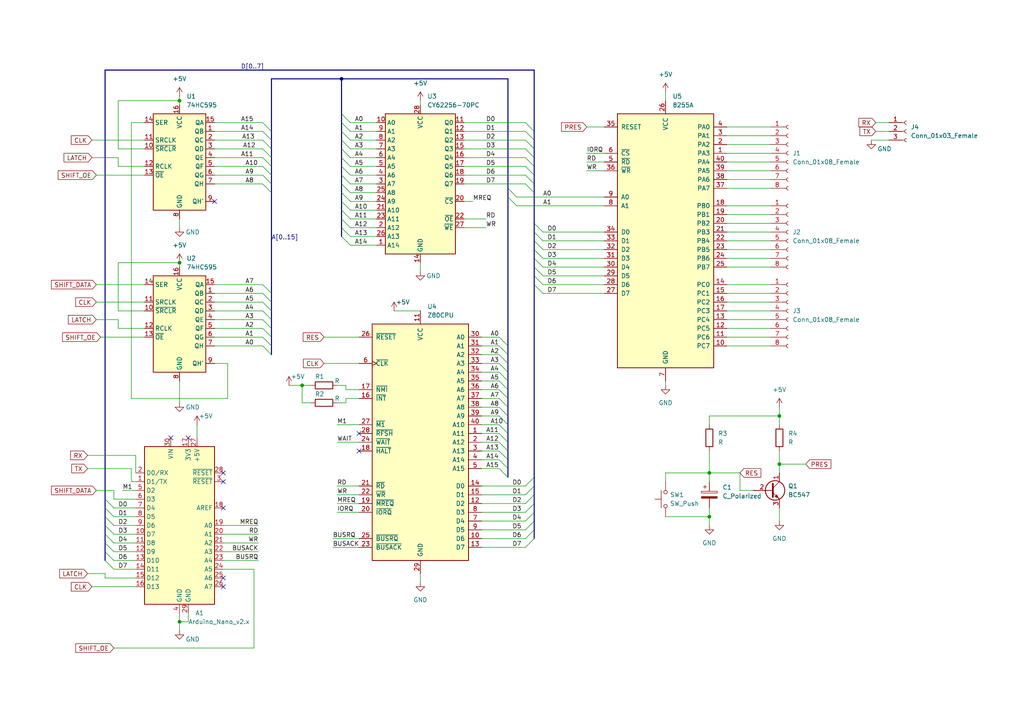
<source format=kicad_sch>
(kicad_sch (version 20211123) (generator eeschema)
  (paper "A4")
  (lib_symbols
    (symbol "74xx:74HC595"
      (property "Reference" "U" (at -7.62 13.97 0))
      (property "Value" "74HC595" (at -7.62 -16.51 0))
      (symbol "74HC595_1_0"
        (pin tri_state line (at 10.16 7.62 180) (length 2.54) (name "QB") (number "1"))
        (pin input line (at -10.16 2.54 0) (length 2.54) (name "~{SRCLR}") (number "10"))
        (pin input line (at -10.16 5.08 0) (length 2.54) (name "SRCLK") (number "11"))
        (pin input line (at -10.16 -2.54 0) (length 2.54) (name "RCLK") (number "12"))
        (pin input line (at -10.16 -5.08 0) (length 2.54) (name "~{OE}") (number "13"))
        (pin input line (at -10.16 10.16 0) (length 2.54) (name "SER") (number "14"))
        (pin tri_state line (at 10.16 10.16 180) (length 2.54) (name "QA") (number "15"))
        (pin power_in line (at 0 15.24 270) (length 2.54) (name "VCC") (number "16"))
        (pin tri_state line (at 10.16 5.08 180) (length 2.54) (name "QC") (number "2"))
        (pin tri_state line (at 10.16 2.54 180) (length 2.54) (name "QD") (number "3"))
        (pin tri_state line (at 10.16 0 180) (length 2.54) (name "QE") (number "4"))
        (pin tri_state line (at 10.16 -2.54 180) (length 2.54) (name "QF") (number "5"))
        (pin tri_state line (at 10.16 -5.08 180) (length 2.54) (name "QG") (number "6"))
        (pin tri_state line (at 10.16 -7.62 180) (length 2.54) (name "QH") (number "7"))
        (pin power_in line (at 0 -17.78 90) (length 2.54) (name "GND") (number "8"))
        (pin output line (at 10.16 -12.7 180) (length 2.54) (name "QH'") (number "9"))
      )
      (symbol "74HC595_1_1"
        (rectangle (start -7.62 12.7) (end 7.62 -15.24) (stroke (width 0.254)) (fill (type background)))
      )
    )
    (symbol "CPU:Z80CPU" (pin_names (offset 1.016))
      (property "Reference" "U" (at -13.97 35.56 0))
      (property "Value" "Z80CPU" (at 6.35 35.56 0))
      (symbol "Z80CPU_0_1"
        (rectangle (start -13.97 34.29) (end 13.97 -34.29) (stroke (width 0.254)) (fill (type background)))
      )
      (symbol "Z80CPU_1_1"
        (pin output line (at 17.78 2.54 180) (length 3.81) (name "A11") (number "1"))
        (pin bidirectional line (at 17.78 -27.94 180) (length 3.81) (name "D6") (number "10"))
        (pin power_in line (at 0 38.1 270) (length 3.81) (name "VCC") (number "11"))
        (pin bidirectional line (at 17.78 -17.78 180) (length 3.81) (name "D2") (number "12"))
        (pin bidirectional line (at 17.78 -30.48 180) (length 3.81) (name "D7") (number "13"))
        (pin bidirectional line (at 17.78 -12.7 180) (length 3.81) (name "D0") (number "14"))
        (pin bidirectional line (at 17.78 -15.24 180) (length 3.81) (name "D1") (number "15"))
        (pin input line (at -17.78 12.7 0) (length 3.81) (name "~{INT}") (number "16"))
        (pin input line (at -17.78 15.24 0) (length 3.81) (name "~{NMI}") (number "17"))
        (pin output line (at -17.78 -2.54 0) (length 3.81) (name "~{HALT}") (number "18"))
        (pin output line (at -17.78 -17.78 0) (length 3.81) (name "~{MREQ}") (number "19"))
        (pin output line (at 17.78 0 180) (length 3.81) (name "A12") (number "2"))
        (pin output line (at -17.78 -20.32 0) (length 3.81) (name "~{IORQ}") (number "20"))
        (pin output line (at -17.78 -12.7 0) (length 3.81) (name "~{RD}") (number "21"))
        (pin output line (at -17.78 -15.24 0) (length 3.81) (name "~{WR}") (number "22"))
        (pin output line (at -17.78 -30.48 0) (length 3.81) (name "~{BUSACK}") (number "23"))
        (pin input line (at -17.78 0 0) (length 3.81) (name "~{WAIT}") (number "24"))
        (pin input line (at -17.78 -27.94 0) (length 3.81) (name "~{BUSRQ}") (number "25"))
        (pin input line (at -17.78 30.48 0) (length 3.81) (name "~{RESET}") (number "26"))
        (pin output line (at -17.78 5.08 0) (length 3.81) (name "~{M1}") (number "27"))
        (pin output line (at -17.78 2.54 0) (length 3.81) (name "~{RFSH}") (number "28"))
        (pin power_in line (at 0 -38.1 90) (length 3.81) (name "GND") (number "29"))
        (pin output line (at 17.78 -2.54 180) (length 3.81) (name "A13") (number "3"))
        (pin output line (at 17.78 30.48 180) (length 3.81) (name "A0") (number "30"))
        (pin output line (at 17.78 27.94 180) (length 3.81) (name "A1") (number "31"))
        (pin output line (at 17.78 25.4 180) (length 3.81) (name "A2") (number "32"))
        (pin output line (at 17.78 22.86 180) (length 3.81) (name "A3") (number "33"))
        (pin output line (at 17.78 20.32 180) (length 3.81) (name "A4") (number "34"))
        (pin output line (at 17.78 17.78 180) (length 3.81) (name "A5") (number "35"))
        (pin output line (at 17.78 15.24 180) (length 3.81) (name "A6") (number "36"))
        (pin output line (at 17.78 12.7 180) (length 3.81) (name "A7") (number "37"))
        (pin output line (at 17.78 10.16 180) (length 3.81) (name "A8") (number "38"))
        (pin output line (at 17.78 7.62 180) (length 3.81) (name "A9") (number "39"))
        (pin output line (at 17.78 -5.08 180) (length 3.81) (name "A14") (number "4"))
        (pin output line (at 17.78 5.08 180) (length 3.81) (name "A10") (number "40"))
        (pin output line (at 17.78 -7.62 180) (length 3.81) (name "A15") (number "5"))
        (pin input clock (at -17.78 22.86 0) (length 3.81) (name "~{CLK}") (number "6"))
        (pin bidirectional line (at 17.78 -22.86 180) (length 3.81) (name "D4") (number "7"))
        (pin bidirectional line (at 17.78 -20.32 180) (length 3.81) (name "D3") (number "8"))
        (pin bidirectional line (at 17.78 -25.4 180) (length 3.81) (name "D5") (number "9"))
      )
    )
    (symbol "Connector:Conn_01x03_Female" (pin_names (offset 1.016) hide)
      (property "Reference" "J" (at 0 5.08 0))
      (property "Value" "Conn_01x03_Female" (at 0 -5.08 0))
      (symbol "Conn_01x03_Female_1_1"
        (arc (start 0 -2.032) (mid -0.508 -2.54) (end 0 -3.048) (stroke (width 0.1524)))
        (polyline (pts (xy -1.27 -2.54) (xy -0.508 -2.54)) (stroke (width 0.1524)))
        (polyline (pts (xy -1.27 0) (xy -0.508 0)) (stroke (width 0.1524)))
        (polyline (pts (xy -1.27 2.54) (xy -0.508 2.54)) (stroke (width 0.1524)))
        (arc (start 0 0.508) (mid -0.508 0) (end 0 -0.508) (stroke (width 0.1524)))
        (arc (start 0 3.048) (mid -0.508 2.54) (end 0 2.032) (stroke (width 0.1524)))
        (pin passive line (at -5.08 2.54 0) (length 3.81) (name "Pin_1") (number "1"))
        (pin passive line (at -5.08 0 0) (length 3.81) (name "Pin_2") (number "2"))
        (pin passive line (at -5.08 -2.54 0) (length 3.81) (name "Pin_3") (number "3"))
      )
    )
    (symbol "Connector:Conn_01x08_Female" (pin_names (offset 1.016) hide)
      (property "Reference" "J" (at 0 10.16 0))
      (property "Value" "Conn_01x08_Female" (at 0 -12.7 0))
      (symbol "Conn_01x08_Female_1_1"
        (arc (start 0 -9.652) (mid -0.508 -10.16) (end 0 -10.668) (stroke (width 0.1524)))
        (arc (start 0 -7.112) (mid -0.508 -7.62) (end 0 -8.128) (stroke (width 0.1524)))
        (arc (start 0 -4.572) (mid -0.508 -5.08) (end 0 -5.588) (stroke (width 0.1524)))
        (arc (start 0 -2.032) (mid -0.508 -2.54) (end 0 -3.048) (stroke (width 0.1524)))
        (polyline (pts (xy -1.27 -10.16) (xy -0.508 -10.16)) (stroke (width 0.1524)))
        (polyline (pts (xy -1.27 -7.62) (xy -0.508 -7.62)) (stroke (width 0.1524)))
        (polyline (pts (xy -1.27 -5.08) (xy -0.508 -5.08)) (stroke (width 0.1524)))
        (polyline (pts (xy -1.27 -2.54) (xy -0.508 -2.54)) (stroke (width 0.1524)))
        (polyline (pts (xy -1.27 0) (xy -0.508 0)) (stroke (width 0.1524)))
        (polyline (pts (xy -1.27 2.54) (xy -0.508 2.54)) (stroke (width 0.1524)))
        (polyline (pts (xy -1.27 5.08) (xy -0.508 5.08)) (stroke (width 0.1524)))
        (polyline (pts (xy -1.27 7.62) (xy -0.508 7.62)) (stroke (width 0.1524)))
        (arc (start 0 0.508) (mid -0.508 0) (end 0 -0.508) (stroke (width 0.1524)))
        (arc (start 0 3.048) (mid -0.508 2.54) (end 0 2.032) (stroke (width 0.1524)))
        (arc (start 0 5.588) (mid -0.508 5.08) (end 0 4.572) (stroke (width 0.1524)))
        (arc (start 0 8.128) (mid -0.508 7.62) (end 0 7.112) (stroke (width 0.1524)))
        (pin passive line (at -5.08 7.62 0) (length 3.81) (name "Pin_1") (number "1"))
        (pin passive line (at -5.08 5.08 0) (length 3.81) (name "Pin_2") (number "2"))
        (pin passive line (at -5.08 2.54 0) (length 3.81) (name "Pin_3") (number "3"))
        (pin passive line (at -5.08 0 0) (length 3.81) (name "Pin_4") (number "4"))
        (pin passive line (at -5.08 -2.54 0) (length 3.81) (name "Pin_5") (number "5"))
        (pin passive line (at -5.08 -5.08 0) (length 3.81) (name "Pin_6") (number "6"))
        (pin passive line (at -5.08 -7.62 0) (length 3.81) (name "Pin_7") (number "7"))
        (pin passive line (at -5.08 -10.16 0) (length 3.81) (name "Pin_8") (number "8"))
      )
    )
    (symbol "Device:C_Polarized" (pin_numbers hide) (pin_names (offset 0.254))
      (property "Reference" "C" (at 0.635 2.54 0))
      (property "Value" "C_Polarized" (at 0.635 -2.54 0))
      (symbol "C_Polarized_0_1"
        (rectangle (start -2.286 0.508) (end 2.286 1.016))
        (polyline (pts (xy -1.778 2.286) (xy -0.762 2.286)))
        (polyline (pts (xy -1.27 2.794) (xy -1.27 1.778)))
        (rectangle (start 2.286 -0.508) (end -2.286 -1.016) (fill (type outline)))
      )
      (symbol "C_Polarized_1_1"
        (pin passive line (at 0 3.81 270) (length 2.794) (name "~") (number "1"))
        (pin passive line (at 0 -3.81 90) (length 2.794) (name "~") (number "2"))
      )
    )
    (symbol "Device:R" (pin_numbers hide) (pin_names (offset 0))
      (property "Reference" "R" (at 2.032 0 90))
      (property "Value" "R" (at 0 0 90))
      (symbol "R_0_1"
        (rectangle (start -1.016 -2.54) (end 1.016 2.54) (stroke (width 0.254)))
      )
      (symbol "R_1_1"
        (pin passive line (at 0 3.81 270) (length 1.27) (name "~") (number "1"))
        (pin passive line (at 0 -3.81 90) (length 1.27) (name "~") (number "2"))
      )
    )
    (symbol "Interface:8255A" (pin_names (offset 1.016))
      (property "Reference" "U" (at -13.97 38.1 0))
      (property "Value" "8255A" (at 8.89 38.1 0))
      (symbol "8255A_1_1"
        (rectangle (start -13.97 -36.83) (end 13.97 36.83) (stroke (width 0.254)) (fill (type background)))
        (pin bidirectional line (at 17.78 25.4 180) (length 3.81) (name "PA3") (number "1"))
        (pin bidirectional line (at 17.78 -30.48 180) (length 3.81) (name "PC7") (number "10"))
        (pin bidirectional line (at 17.78 -27.94 180) (length 3.81) (name "PC6") (number "11"))
        (pin bidirectional line (at 17.78 -25.4 180) (length 3.81) (name "PC5") (number "12"))
        (pin bidirectional line (at 17.78 -22.86 180) (length 3.81) (name "PC4") (number "13"))
        (pin bidirectional line (at 17.78 -12.7 180) (length 3.81) (name "PC0") (number "14"))
        (pin bidirectional line (at 17.78 -15.24 180) (length 3.81) (name "PC1") (number "15"))
        (pin bidirectional line (at 17.78 -17.78 180) (length 3.81) (name "PC2") (number "16"))
        (pin bidirectional line (at 17.78 -20.32 180) (length 3.81) (name "PC3") (number "17"))
        (pin bidirectional line (at 17.78 10.16 180) (length 3.81) (name "PB0") (number "18"))
        (pin bidirectional line (at 17.78 7.62 180) (length 3.81) (name "PB1") (number "19"))
        (pin bidirectional line (at 17.78 27.94 180) (length 3.81) (name "PA2") (number "2"))
        (pin bidirectional line (at 17.78 5.08 180) (length 3.81) (name "PB2") (number "20"))
        (pin bidirectional line (at 17.78 2.54 180) (length 3.81) (name "PB3") (number "21"))
        (pin bidirectional line (at 17.78 0 180) (length 3.81) (name "PB4") (number "22"))
        (pin bidirectional line (at 17.78 -2.54 180) (length 3.81) (name "PB5") (number "23"))
        (pin bidirectional line (at 17.78 -5.08 180) (length 3.81) (name "PB6") (number "24"))
        (pin bidirectional line (at 17.78 -7.62 180) (length 3.81) (name "PB7") (number "25"))
        (pin power_in line (at 0 40.64 270) (length 3.81) (name "VCC") (number "26"))
        (pin bidirectional line (at -17.78 -15.24 0) (length 3.81) (name "D7") (number "27"))
        (pin bidirectional line (at -17.78 -12.7 0) (length 3.81) (name "D6") (number "28"))
        (pin bidirectional line (at -17.78 -10.16 0) (length 3.81) (name "D5") (number "29"))
        (pin bidirectional line (at 17.78 30.48 180) (length 3.81) (name "PA1") (number "3"))
        (pin bidirectional line (at -17.78 -7.62 0) (length 3.81) (name "D4") (number "30"))
        (pin bidirectional line (at -17.78 -5.08 0) (length 3.81) (name "D3") (number "31"))
        (pin bidirectional line (at -17.78 -2.54 0) (length 3.81) (name "D2") (number "32"))
        (pin bidirectional line (at -17.78 0 0) (length 3.81) (name "D1") (number "33"))
        (pin bidirectional line (at -17.78 2.54 0) (length 3.81) (name "D0") (number "34"))
        (pin input line (at -17.78 33.02 0) (length 3.81) (name "RESET") (number "35"))
        (pin input line (at -17.78 20.32 0) (length 3.81) (name "~{WR}") (number "36"))
        (pin bidirectional line (at 17.78 15.24 180) (length 3.81) (name "PA7") (number "37"))
        (pin bidirectional line (at 17.78 17.78 180) (length 3.81) (name "PA6") (number "38"))
        (pin bidirectional line (at 17.78 20.32 180) (length 3.81) (name "PA5") (number "39"))
        (pin bidirectional line (at 17.78 33.02 180) (length 3.81) (name "PA0") (number "4"))
        (pin bidirectional line (at 17.78 22.86 180) (length 3.81) (name "PA4") (number "40"))
        (pin input line (at -17.78 22.86 0) (length 3.81) (name "~{RD}") (number "5"))
        (pin input line (at -17.78 25.4 0) (length 3.81) (name "~{CS}") (number "6"))
        (pin power_in line (at 0 -40.64 90) (length 3.81) (name "GND") (number "7"))
        (pin input line (at -17.78 10.16 0) (length 3.81) (name "A1") (number "8"))
        (pin input line (at -17.78 12.7 0) (length 3.81) (name "A0") (number "9"))
      )
    )
    (symbol "MCU_Module:Arduino_Nano_v2.x"
      (property "Reference" "A" (at -10.16 23.495 0))
      (property "Value" "Arduino_Nano_v2.x" (at 5.08 -24.13 0))
      (symbol "Arduino_Nano_v2.x_0_1"
        (rectangle (start -10.16 22.86) (end 10.16 -22.86) (stroke (width 0.254)) (fill (type background)))
      )
      (symbol "Arduino_Nano_v2.x_1_1"
        (pin bidirectional line (at -12.7 12.7 0) (length 2.54) (name "D1/TX") (number "1"))
        (pin bidirectional line (at -12.7 -2.54 0) (length 2.54) (name "D7") (number "10"))
        (pin bidirectional line (at -12.7 -5.08 0) (length 2.54) (name "D8") (number "11"))
        (pin bidirectional line (at -12.7 -7.62 0) (length 2.54) (name "D9") (number "12"))
        (pin bidirectional line (at -12.7 -10.16 0) (length 2.54) (name "D10") (number "13"))
        (pin bidirectional line (at -12.7 -12.7 0) (length 2.54) (name "D11") (number "14"))
        (pin bidirectional line (at -12.7 -15.24 0) (length 2.54) (name "D12") (number "15"))
        (pin bidirectional line (at -12.7 -17.78 0) (length 2.54) (name "D13") (number "16"))
        (pin power_out line (at 2.54 25.4 270) (length 2.54) (name "3V3") (number "17"))
        (pin input line (at 12.7 5.08 180) (length 2.54) (name "AREF") (number "18"))
        (pin bidirectional line (at 12.7 0 180) (length 2.54) (name "A0") (number "19"))
        (pin bidirectional line (at -12.7 15.24 0) (length 2.54) (name "D0/RX") (number "2"))
        (pin bidirectional line (at 12.7 -2.54 180) (length 2.54) (name "A1") (number "20"))
        (pin bidirectional line (at 12.7 -5.08 180) (length 2.54) (name "A2") (number "21"))
        (pin bidirectional line (at 12.7 -7.62 180) (length 2.54) (name "A3") (number "22"))
        (pin bidirectional line (at 12.7 -10.16 180) (length 2.54) (name "A4") (number "23"))
        (pin bidirectional line (at 12.7 -12.7 180) (length 2.54) (name "A5") (number "24"))
        (pin bidirectional line (at 12.7 -15.24 180) (length 2.54) (name "A6") (number "25"))
        (pin bidirectional line (at 12.7 -17.78 180) (length 2.54) (name "A7") (number "26"))
        (pin power_out line (at 5.08 25.4 270) (length 2.54) (name "+5V") (number "27"))
        (pin input line (at 12.7 15.24 180) (length 2.54) (name "~{RESET}") (number "28"))
        (pin power_in line (at 2.54 -25.4 90) (length 2.54) (name "GND") (number "29"))
        (pin input line (at 12.7 12.7 180) (length 2.54) (name "~{RESET}") (number "3"))
        (pin power_in line (at -2.54 25.4 270) (length 2.54) (name "VIN") (number "30"))
        (pin power_in line (at 0 -25.4 90) (length 2.54) (name "GND") (number "4"))
        (pin bidirectional line (at -12.7 10.16 0) (length 2.54) (name "D2") (number "5"))
        (pin bidirectional line (at -12.7 7.62 0) (length 2.54) (name "D3") (number "6"))
        (pin bidirectional line (at -12.7 5.08 0) (length 2.54) (name "D4") (number "7"))
        (pin bidirectional line (at -12.7 2.54 0) (length 2.54) (name "D5") (number "8"))
        (pin bidirectional line (at -12.7 0 0) (length 2.54) (name "D6") (number "9"))
      )
    )
    (symbol "Memory_RAM:CY62256-70PC"
      (property "Reference" "U" (at -10.16 20.955 0))
      (property "Value" "CY62256-70PC" (at 2.54 20.955 0))
      (symbol "CY62256-70PC_0_0"
        (pin power_in line (at 0 -22.86 90) (length 2.54) (name "GND") (number "14"))
        (pin power_in line (at 0 22.86 270) (length 2.54) (name "VCC") (number "28"))
      )
      (symbol "CY62256-70PC_0_1"
        (rectangle (start -10.16 20.32) (end 10.16 -20.32) (stroke (width 0.254)) (fill (type background)))
      )
      (symbol "CY62256-70PC_1_1"
        (pin input line (at -12.7 -17.78 0) (length 2.54) (name "A14") (number "1"))
        (pin input line (at -12.7 17.78 0) (length 2.54) (name "A0") (number "10"))
        (pin tri_state line (at 12.7 17.78 180) (length 2.54) (name "Q0") (number "11"))
        (pin tri_state line (at 12.7 15.24 180) (length 2.54) (name "Q1") (number "12"))
        (pin tri_state line (at 12.7 12.7 180) (length 2.54) (name "Q2") (number "13"))
        (pin tri_state line (at 12.7 10.16 180) (length 2.54) (name "Q3") (number "15"))
        (pin tri_state line (at 12.7 7.62 180) (length 2.54) (name "Q4") (number "16"))
        (pin tri_state line (at 12.7 5.08 180) (length 2.54) (name "Q5") (number "17"))
        (pin tri_state line (at 12.7 2.54 180) (length 2.54) (name "Q6") (number "18"))
        (pin tri_state line (at 12.7 0 180) (length 2.54) (name "Q7") (number "19"))
        (pin input line (at -12.7 -12.7 0) (length 2.54) (name "A12") (number "2"))
        (pin input line (at 12.7 -5.08 180) (length 2.54) (name "~{CS}") (number "20"))
        (pin input line (at -12.7 -7.62 0) (length 2.54) (name "A10") (number "21"))
        (pin input line (at 12.7 -10.16 180) (length 2.54) (name "~{OE}") (number "22"))
        (pin input line (at -12.7 -10.16 0) (length 2.54) (name "A11") (number "23"))
        (pin input line (at -12.7 -5.08 0) (length 2.54) (name "A9") (number "24"))
        (pin input line (at -12.7 -2.54 0) (length 2.54) (name "A8") (number "25"))
        (pin input line (at -12.7 -15.24 0) (length 2.54) (name "A13") (number "26"))
        (pin input line (at 12.7 -12.7 180) (length 2.54) (name "~{WE}") (number "27"))
        (pin input line (at -12.7 0 0) (length 2.54) (name "A7") (number "3"))
        (pin input line (at -12.7 2.54 0) (length 2.54) (name "A6") (number "4"))
        (pin input line (at -12.7 5.08 0) (length 2.54) (name "A5") (number "5"))
        (pin input line (at -12.7 7.62 0) (length 2.54) (name "A4") (number "6"))
        (pin input line (at -12.7 10.16 0) (length 2.54) (name "A3") (number "7"))
        (pin input line (at -12.7 12.7 0) (length 2.54) (name "A2") (number "8"))
        (pin input line (at -12.7 15.24 0) (length 2.54) (name "A1") (number "9"))
      )
    )
    (symbol "Switch:SW_Push" (pin_numbers hide) (pin_names (offset 1.016) hide)
      (property "Reference" "SW" (at 1.27 2.54 0))
      (property "Value" "SW_Push" (at 0 -1.524 0))
      (symbol "SW_Push_0_1"
        (circle (center -2.032 0) (radius 0.508))
        (polyline (pts (xy 0 1.27) (xy 0 3.048)))
        (polyline (pts (xy 2.54 1.27) (xy -2.54 1.27)))
        (circle (center 2.032 0) (radius 0.508))
        (pin passive line (at -5.08 0 0) (length 2.54) (name "1") (number "1"))
        (pin passive line (at 5.08 0 180) (length 2.54) (name "2") (number "2"))
      )
    )
    (symbol "Transistor_BJT:BC547" (pin_names (offset 0) hide)
      (property "Reference" "Q" (at 5.08 1.905 0))
      (property "Value" "BC547" (at 5.08 0 0))
      (symbol "BC547_0_1"
        (polyline (pts (xy 0 0) (xy 0.635 0)))
        (polyline (pts (xy 0.635 0.635) (xy 2.54 2.54)))
        (polyline (pts (xy 0.635 -0.635) (xy 2.54 -2.54) (xy 2.54 -2.54)))
        (polyline (pts (xy 0.635 1.905) (xy 0.635 -1.905) (xy 0.635 -1.905)) (stroke (width 0.508)))
        (polyline (pts (xy 1.27 -1.778) (xy 1.778 -1.27) (xy 2.286 -2.286) (xy 1.27 -1.778) (xy 1.27 -1.778)) (fill (type outline)))
        (circle (center 1.27 0) (radius 2.8194) (stroke (width 0.254)))
      )
      (symbol "BC547_1_1"
        (pin passive line (at 2.54 5.08 270) (length 2.54) (name "C") (number "1"))
        (pin input line (at -5.08 0 0) (length 5.08) (name "B") (number "2"))
        (pin passive line (at 2.54 -5.08 90) (length 2.54) (name "E") (number "3"))
      )
    )
    (symbol "power:+5V" (power) (pin_names (offset 0))
      (property "Value" "+5V" (at 0 3.556 0))
      (symbol "+5V_0_1"
        (polyline (pts (xy -0.762 1.27) (xy 0 2.54)))
        (polyline (pts (xy 0 0) (xy 0 2.54)))
        (polyline (pts (xy 0 2.54) (xy 0.762 1.27)))
      )
      (symbol "+5V_1_1"
        (pin power_in line (at 0 0 90) (length 0) hide (name "+5V") (number "1"))
      )
    )
    (symbol "power:GND" (power) (pin_names (offset 0))
      (property "Value" "GND" (at 0 -3.81 0))
      (symbol "GND_0_1"
        (polyline (pts (xy 0 0) (xy 0 -1.27) (xy 1.27 -1.27) (xy 0 -2.54) (xy -1.27 -1.27) (xy 0 -1.27)))
      )
      (symbol "GND_1_1"
        (pin power_in line (at 0 0 270) (length 0) hide (name "GND") (number "1"))
      )
    )
  )
  (bus_alias "CTRL" (members "M1" "WAIT" "MREQ" "RD" "WR" "BUSRQ"))
  (junction (at 99.06 22.86))
  (junction (at 226.06 120.65))
  (junction (at 52.07 29.21))
  (junction (at 52.07 180.34))
  (junction (at 52.07 76.2))
  (junction (at 205.74 149.86))
  (junction (at 205.74 137.16))
  (junction (at 87.63 111.76))
  (junction (at 226.06 134.62))
  (no_connect (at 64.77 147.32))
  (no_connect (at 64.77 139.7))
  (no_connect (at 64.77 137.16))
  (no_connect (at 62.23 58.42))
  (no_connect (at 104.14 130.81))
  (no_connect (at 104.14 125.73))
  (no_connect (at 64.77 170.18))
  (no_connect (at 64.77 167.64))
  (no_connect (at 54.61 127))
  (no_connect (at 49.53 127))
  (bus_entry (at 154.94 69.85) (size 2.54 2.54))
  (bus_entry (at 154.94 80.01) (size 2.54 2.54))
  (bus_entry (at 154.94 82.55) (size 2.54 2.54))
  (bus_entry (at 154.94 64.77) (size 2.54 2.54))
  (bus_entry (at 154.94 67.31) (size 2.54 2.54))
  (bus_entry (at 154.94 77.47) (size 2.54 2.54))
  (bus_entry (at 154.94 74.93) (size 2.54 2.54))
  (bus_entry (at 154.94 72.39) (size 2.54 2.54))
  (bus_entry (at 147.32 54.61) (size 2.54 2.54))
  (bus_entry (at 147.32 57.15) (size 2.54 2.54))
  (bus_entry (at 152.4 156.21) (size 2.54 -2.54))
  (bus_entry (at 152.4 153.67) (size 2.54 -2.54))
  (bus_entry (at 152.4 158.75) (size 2.54 -2.54))
  (bus_entry (at 152.4 151.13) (size 2.54 -2.54))
  (bus_entry (at 152.4 148.59) (size 2.54 -2.54))
  (bus_entry (at 152.4 143.51) (size 2.54 -2.54))
  (bus_entry (at 152.4 146.05) (size 2.54 -2.54))
  (bus_entry (at 152.4 140.97) (size 2.54 -2.54))
  (bus_entry (at 144.78 115.57) (size 2.54 2.54))
  (bus_entry (at 144.78 120.65) (size 2.54 2.54))
  (bus_entry (at 144.78 118.11) (size 2.54 2.54))
  (bus_entry (at 152.4 40.64) (size 2.54 2.54))
  (bus_entry (at 152.4 43.18) (size 2.54 2.54))
  (bus_entry (at 152.4 45.72) (size 2.54 2.54))
  (bus_entry (at 152.4 48.26) (size 2.54 2.54))
  (bus_entry (at 152.4 35.56) (size 2.54 2.54))
  (bus_entry (at 152.4 38.1) (size 2.54 2.54))
  (bus_entry (at 152.4 53.34) (size 2.54 2.54))
  (bus_entry (at 152.4 50.8) (size 2.54 2.54))
  (bus_entry (at 99.06 58.42) (size 2.54 2.54))
  (bus_entry (at 99.06 60.96) (size 2.54 2.54))
  (bus_entry (at 99.06 63.5) (size 2.54 2.54))
  (bus_entry (at 99.06 68.58) (size 2.54 2.54))
  (bus_entry (at 99.06 66.04) (size 2.54 2.54))
  (bus_entry (at 99.06 53.34) (size 2.54 2.54))
  (bus_entry (at 99.06 55.88) (size 2.54 2.54))
  (bus_entry (at 99.06 50.8) (size 2.54 2.54))
  (bus_entry (at 99.06 40.64) (size 2.54 2.54))
  (bus_entry (at 99.06 43.18) (size 2.54 2.54))
  (bus_entry (at 99.06 38.1) (size 2.54 2.54))
  (bus_entry (at 99.06 35.56) (size 2.54 2.54))
  (bus_entry (at 99.06 33.02) (size 2.54 2.54))
  (bus_entry (at 99.06 45.72) (size 2.54 2.54))
  (bus_entry (at 99.06 48.26) (size 2.54 2.54))
  (bus_entry (at 30.48 149.86) (size 2.54 2.54))
  (bus_entry (at 30.48 152.4) (size 2.54 2.54))
  (bus_entry (at 30.48 144.78) (size 2.54 2.54))
  (bus_entry (at 30.48 147.32) (size 2.54 2.54))
  (bus_entry (at 30.48 157.48) (size 2.54 2.54))
  (bus_entry (at 30.48 160.02) (size 2.54 2.54))
  (bus_entry (at 30.48 162.56) (size 2.54 2.54))
  (bus_entry (at 30.48 154.94) (size 2.54 2.54))
  (bus_entry (at 144.78 135.89) (size 2.54 2.54))
  (bus_entry (at 144.78 128.27) (size 2.54 2.54))
  (bus_entry (at 144.78 125.73) (size 2.54 2.54))
  (bus_entry (at 144.78 133.35) (size 2.54 2.54))
  (bus_entry (at 144.78 130.81) (size 2.54 2.54))
  (bus_entry (at 144.78 123.19) (size 2.54 2.54))
  (bus_entry (at 144.78 100.33) (size 2.54 2.54))
  (bus_entry (at 144.78 105.41) (size 2.54 2.54))
  (bus_entry (at 144.78 102.87) (size 2.54 2.54))
  (bus_entry (at 144.78 97.79) (size 2.54 2.54))
  (bus_entry (at 144.78 107.95) (size 2.54 2.54))
  (bus_entry (at 144.78 110.49) (size 2.54 2.54))
  (bus_entry (at 144.78 113.03) (size 2.54 2.54))
  (bus_entry (at 76.2 45.72) (size 2.54 2.54))
  (bus_entry (at 76.2 48.26) (size 2.54 2.54))
  (bus_entry (at 76.2 50.8) (size 2.54 2.54))
  (bus_entry (at 76.2 53.34) (size 2.54 2.54))
  (bus_entry (at 76.2 95.25) (size 2.54 2.54))
  (bus_entry (at 76.2 92.71) (size 2.54 2.54))
  (bus_entry (at 76.2 90.17) (size 2.54 2.54))
  (bus_entry (at 76.2 87.63) (size 2.54 2.54))
  (bus_entry (at 76.2 100.33) (size 2.54 2.54))
  (bus_entry (at 76.2 97.79) (size 2.54 2.54))
  (bus_entry (at 76.2 85.09) (size 2.54 2.54))
  (bus_entry (at 76.2 82.55) (size 2.54 2.54))
  (bus_entry (at 76.2 38.1) (size 2.54 2.54))
  (bus_entry (at 76.2 35.56) (size 2.54 2.54))
  (bus_entry (at 76.2 40.64) (size 2.54 2.54))
  (bus_entry (at 76.2 43.18) (size 2.54 2.54))
  (wire (pts (xy 25.4 166.37) (xy 30.48 166.37)))
  (wire (pts (xy 210.82 41.91) (xy 223.52 41.91)))
  (bus (pts (xy 154.94 143.51) (xy 154.94 146.05)))
  (wire (pts (xy 210.82 90.17) (xy 223.52 90.17)))
  (wire (pts (xy 210.82 87.63) (xy 223.52 87.63)))
  (wire (pts (xy 157.48 85.09) (xy 175.26 85.09)))
  (wire (pts (xy 210.82 97.79) (xy 223.52 97.79)))
  (bus (pts (xy 99.06 66.04) (xy 99.06 68.58)))
  (wire (pts (xy 139.7 97.79) (xy 144.78 97.79)))
  (bus (pts (xy 154.94 82.55) (xy 154.94 138.43)))
  (bus (pts (xy 99.06 55.88) (xy 99.06 58.42)))
  (wire (pts (xy 114.3 90.17) (xy 121.92 90.17)))
  (wire (pts (xy 121.92 76.2) (xy 121.92 78.74)))
  (wire (pts (xy 62.23 48.26) (xy 76.2 48.26)))
  (wire (pts (xy 62.23 87.63) (xy 76.2 87.63)))
  (bus (pts (xy 154.94 140.97) (xy 154.94 143.51)))
  (bus (pts (xy 147.32 102.87) (xy 147.32 105.41)))
  (wire (pts (xy 149.86 57.15) (xy 175.26 57.15)))
  (wire (pts (xy 33.02 154.94) (xy 39.37 154.94)))
  (wire (pts (xy 27.94 82.55) (xy 41.91 82.55)))
  (wire (pts (xy 233.68 134.62) (xy 226.06 134.62)))
  (wire (pts (xy 97.79 143.51) (xy 104.14 143.51)))
  (wire (pts (xy 54.61 180.34) (xy 52.07 180.34)))
  (wire (pts (xy 139.7 146.05) (xy 152.4 146.05)))
  (bus (pts (xy 147.32 128.27) (xy 147.32 130.81)))
  (wire (pts (xy 97.79 116.84) (xy 100.33 116.84)))
  (bus (pts (xy 99.06 43.18) (xy 99.06 45.72)))
  (wire (pts (xy 157.48 67.31) (xy 175.26 67.31)))
  (bus (pts (xy 78.74 100.33) (xy 78.74 102.87)))
  (wire (pts (xy 254 35.56) (xy 257.81 35.56)))
  (wire (pts (xy 210.82 100.33) (xy 223.52 100.33)))
  (wire (pts (xy 210.82 59.69) (xy 223.52 59.69)))
  (wire (pts (xy 101.6 50.8) (xy 109.22 50.8)))
  (bus (pts (xy 147.32 135.89) (xy 147.32 138.43)))
  (wire (pts (xy 27.94 87.63) (xy 41.91 87.63)))
  (wire (pts (xy 226.06 130.81) (xy 226.06 134.62)))
  (wire (pts (xy 101.6 71.12) (xy 109.22 71.12)))
  (wire (pts (xy 101.6 38.1) (xy 109.22 38.1)))
  (bus (pts (xy 147.32 125.73) (xy 147.32 128.27)))
  (wire (pts (xy 90.17 116.84) (xy 87.63 116.84)))
  (wire (pts (xy 41.91 90.17) (xy 34.29 90.17)))
  (wire (pts (xy 96.52 156.21) (xy 104.14 156.21)))
  (wire (pts (xy 139.7 110.49) (xy 144.78 110.49)))
  (wire (pts (xy 25.4 135.89) (xy 38.1 135.89)))
  (wire (pts (xy 34.29 95.25) (xy 41.91 95.25)))
  (bus (pts (xy 99.06 53.34) (xy 99.06 55.88)))
  (wire (pts (xy 64.77 165.1) (xy 73.66 165.1)))
  (wire (pts (xy 33.02 147.32) (xy 39.37 147.32)))
  (wire (pts (xy 139.7 113.03) (xy 144.78 113.03)))
  (wire (pts (xy 101.6 55.88) (xy 109.22 55.88)))
  (bus (pts (xy 154.94 69.85) (xy 154.94 72.39)))
  (wire (pts (xy 134.62 43.18) (xy 152.4 43.18)))
  (wire (pts (xy 193.04 149.86) (xy 205.74 149.86)))
  (wire (pts (xy 62.23 90.17) (xy 76.2 90.17)))
  (wire (pts (xy 149.86 59.69) (xy 175.26 59.69)))
  (wire (pts (xy 134.62 40.64) (xy 152.4 40.64)))
  (bus (pts (xy 78.74 38.1) (xy 78.74 40.64)))
  (wire (pts (xy 34.29 76.2) (xy 52.07 76.2)))
  (wire (pts (xy 52.07 29.21) (xy 52.07 30.48)))
  (wire (pts (xy 139.7 135.89) (xy 144.78 135.89)))
  (wire (pts (xy 210.82 69.85) (xy 223.52 69.85)))
  (bus (pts (xy 78.74 85.09) (xy 78.74 87.63)))
  (bus (pts (xy 30.48 157.48) (xy 30.48 154.94)))
  (wire (pts (xy 52.07 63.5) (xy 52.07 66.04)))
  (bus (pts (xy 154.94 72.39) (xy 154.94 74.93)))
  (wire (pts (xy 62.23 35.56) (xy 76.2 35.56)))
  (bus (pts (xy 78.74 48.26) (xy 78.74 50.8)))
  (bus (pts (xy 78.74 40.64) (xy 78.74 43.18)))
  (wire (pts (xy 210.82 62.23) (xy 223.52 62.23)))
  (wire (pts (xy 52.07 76.2) (xy 52.07 77.47)))
  (bus (pts (xy 154.94 67.31) (xy 154.94 69.85)))
  (bus (pts (xy 147.32 123.19) (xy 147.32 125.73)))
  (wire (pts (xy 96.52 158.75) (xy 104.14 158.75)))
  (wire (pts (xy 52.07 110.49) (xy 52.07 116.84)))
  (wire (pts (xy 87.63 111.76) (xy 90.17 111.76)))
  (wire (pts (xy 62.23 45.72) (xy 76.2 45.72)))
  (wire (pts (xy 62.23 53.34) (xy 76.2 53.34)))
  (bus (pts (xy 147.32 133.35) (xy 147.32 135.89)))
  (bus (pts (xy 147.32 118.11) (xy 147.32 120.65)))
  (bus (pts (xy 147.32 107.95) (xy 147.32 110.49)))
  (bus (pts (xy 147.32 115.57) (xy 147.32 118.11)))
  (wire (pts (xy 210.82 49.53) (xy 223.52 49.53)))
  (wire (pts (xy 134.62 38.1) (xy 152.4 38.1)))
  (wire (pts (xy 62.23 95.25) (xy 76.2 95.25)))
  (bus (pts (xy 78.74 92.71) (xy 78.74 90.17)))
  (wire (pts (xy 35.56 142.24) (xy 39.37 142.24)))
  (wire (pts (xy 52.07 177.8) (xy 52.07 180.34)))
  (wire (pts (xy 139.7 128.27) (xy 144.78 128.27)))
  (wire (pts (xy 210.82 77.47) (xy 223.52 77.47)))
  (wire (pts (xy 139.7 115.57) (xy 144.78 115.57)))
  (wire (pts (xy 101.6 43.18) (xy 109.22 43.18)))
  (bus (pts (xy 154.94 48.26) (xy 154.94 50.8)))
  (bus (pts (xy 154.94 45.72) (xy 154.94 48.26)))
  (wire (pts (xy 33.02 160.02) (xy 39.37 160.02)))
  (bus (pts (xy 154.94 153.67) (xy 154.94 156.21)))
  (wire (pts (xy 139.7 143.51) (xy 152.4 143.51)))
  (wire (pts (xy 100.33 113.03) (xy 104.14 113.03)))
  (wire (pts (xy 25.4 132.08) (xy 39.37 132.08)))
  (wire (pts (xy 170.18 44.45) (xy 175.26 44.45)))
  (bus (pts (xy 30.48 149.86) (xy 30.48 147.32)))
  (wire (pts (xy 121.92 166.37) (xy 121.92 168.91)))
  (wire (pts (xy 30.48 166.37) (xy 30.48 167.64)))
  (wire (pts (xy 101.6 45.72) (xy 109.22 45.72)))
  (bus (pts (xy 154.94 146.05) (xy 154.94 148.59)))
  (wire (pts (xy 210.82 92.71) (xy 223.52 92.71)))
  (wire (pts (xy 210.82 52.07) (xy 223.52 52.07)))
  (wire (pts (xy 33.02 152.4) (xy 39.37 152.4)))
  (bus (pts (xy 78.74 95.25) (xy 78.74 92.71)))
  (wire (pts (xy 62.23 50.8) (xy 76.2 50.8)))
  (bus (pts (xy 154.94 40.64) (xy 154.94 43.18)))
  (bus (pts (xy 99.06 35.56) (xy 99.06 38.1)))
  (wire (pts (xy 54.61 177.8) (xy 54.61 180.34)))
  (wire (pts (xy 210.82 95.25) (xy 223.52 95.25)))
  (bus (pts (xy 78.74 55.88) (xy 78.74 85.09)))
  (wire (pts (xy 121.92 29.21) (xy 121.92 30.48)))
  (bus (pts (xy 99.06 48.26) (xy 99.06 50.8)))
  (wire (pts (xy 62.23 43.18) (xy 76.2 43.18)))
  (bus (pts (xy 147.32 110.49) (xy 147.32 113.03)))
  (wire (pts (xy 210.82 85.09) (xy 223.52 85.09)))
  (wire (pts (xy 193.04 139.7) (xy 193.04 137.16)))
  (bus (pts (xy 147.32 105.41) (xy 147.32 107.95)))
  (wire (pts (xy 134.62 35.56) (xy 152.4 35.56)))
  (wire (pts (xy 139.7 118.11) (xy 144.78 118.11)))
  (wire (pts (xy 100.33 111.76) (xy 100.33 113.03)))
  (wire (pts (xy 27.94 142.24) (xy 33.02 142.24)))
  (wire (pts (xy 62.23 92.71) (xy 76.2 92.71)))
  (bus (pts (xy 154.94 38.1) (xy 154.94 20.32)))
  (bus (pts (xy 147.32 130.81) (xy 147.32 133.35)))
  (wire (pts (xy 226.06 120.65) (xy 226.06 123.19)))
  (wire (pts (xy 205.74 123.19) (xy 205.74 120.65)))
  (bus (pts (xy 99.06 63.5) (xy 99.06 66.04)))
  (wire (pts (xy 157.48 82.55) (xy 175.26 82.55)))
  (bus (pts (xy 154.94 77.47) (xy 154.94 80.01)))
  (bus (pts (xy 154.94 53.34) (xy 154.94 55.88)))
  (wire (pts (xy 100.33 116.84) (xy 100.33 115.57)))
  (wire (pts (xy 64.77 152.4) (xy 74.93 152.4)))
  (wire (pts (xy 101.6 68.58) (xy 109.22 68.58)))
  (wire (pts (xy 62.23 38.1) (xy 76.2 38.1)))
  (wire (pts (xy 210.82 72.39) (xy 223.52 72.39)))
  (wire (pts (xy 38.1 135.89) (xy 38.1 139.7)))
  (wire (pts (xy 62.23 85.09) (xy 76.2 85.09)))
  (wire (pts (xy 52.07 27.94) (xy 52.07 29.21)))
  (bus (pts (xy 30.48 160.02) (xy 30.48 157.48)))
  (bus (pts (xy 30.48 162.56) (xy 30.48 160.02)))
  (wire (pts (xy 205.74 130.81) (xy 205.74 137.16)))
  (wire (pts (xy 157.48 74.93) (xy 175.26 74.93)))
  (wire (pts (xy 218.44 142.24) (xy 214.63 142.24)))
  (wire (pts (xy 210.82 64.77) (xy 223.52 64.77)))
  (wire (pts (xy 210.82 36.83) (xy 223.52 36.83)))
  (bus (pts (xy 154.94 148.59) (xy 154.94 151.13)))
  (bus (pts (xy 154.94 74.93) (xy 154.94 77.47)))
  (wire (pts (xy 62.23 100.33) (xy 76.2 100.33)))
  (wire (pts (xy 66.04 105.41) (xy 66.04 115.57)))
  (wire (pts (xy 101.6 35.56) (xy 109.22 35.56)))
  (wire (pts (xy 87.63 116.84) (xy 87.63 111.76)))
  (bus (pts (xy 154.94 138.43) (xy 154.94 140.97)))
  (wire (pts (xy 170.18 46.99) (xy 175.26 46.99)))
  (wire (pts (xy 139.7 100.33) (xy 144.78 100.33)))
  (wire (pts (xy 26.67 40.64) (xy 41.91 40.64)))
  (wire (pts (xy 93.98 97.79) (xy 104.14 97.79)))
  (wire (pts (xy 139.7 130.81) (xy 144.78 130.81)))
  (wire (pts (xy 33.02 162.56) (xy 39.37 162.56)))
  (wire (pts (xy 157.48 69.85) (xy 175.26 69.85)))
  (wire (pts (xy 97.79 111.76) (xy 100.33 111.76)))
  (wire (pts (xy 101.6 48.26) (xy 109.22 48.26)))
  (wire (pts (xy 210.82 44.45) (xy 223.52 44.45)))
  (wire (pts (xy 134.62 58.42) (xy 137.16 58.42)))
  (bus (pts (xy 147.32 100.33) (xy 147.32 102.87)))
  (bus (pts (xy 154.94 43.18) (xy 154.94 45.72)))
  (wire (pts (xy 139.7 120.65) (xy 144.78 120.65)))
  (wire (pts (xy 214.63 137.16) (xy 205.74 137.16)))
  (wire (pts (xy 193.04 110.49) (xy 193.04 111.76)))
  (bus (pts (xy 30.48 20.32) (xy 154.94 20.32)))
  (wire (pts (xy 26.67 45.72) (xy 34.29 45.72)))
  (wire (pts (xy 134.62 45.72) (xy 152.4 45.72)))
  (bus (pts (xy 154.94 55.88) (xy 154.94 64.77)))
  (wire (pts (xy 210.82 67.31) (xy 223.52 67.31)))
  (wire (pts (xy 64.77 160.02) (xy 74.93 160.02)))
  (wire (pts (xy 157.48 80.01) (xy 175.26 80.01)))
  (wire (pts (xy 139.7 105.41) (xy 144.78 105.41)))
  (wire (pts (xy 33.02 165.1) (xy 39.37 165.1)))
  (wire (pts (xy 226.06 118.11) (xy 226.06 120.65)))
  (wire (pts (xy 101.6 63.5) (xy 109.22 63.5)))
  (wire (pts (xy 205.74 149.86) (xy 205.74 152.4)))
  (wire (pts (xy 134.62 53.34) (xy 152.4 53.34)))
  (wire (pts (xy 27.94 50.8) (xy 41.91 50.8)))
  (wire (pts (xy 205.74 147.32) (xy 205.74 149.86)))
  (bus (pts (xy 99.06 40.64) (xy 99.06 43.18)))
  (wire (pts (xy 34.29 45.72) (xy 34.29 48.26)))
  (bus (pts (xy 78.74 53.34) (xy 78.74 55.88)))
  (bus (pts (xy 154.94 80.01) (xy 154.94 82.55)))
  (wire (pts (xy 34.29 29.21) (xy 52.07 29.21)))
  (wire (pts (xy 170.18 36.83) (xy 175.26 36.83)))
  (wire (pts (xy 38.1 139.7) (xy 39.37 139.7)))
  (bus (pts (xy 78.74 22.86) (xy 78.74 38.1)))
  (bus (pts (xy 99.06 50.8) (xy 99.06 53.34)))
  (bus (pts (xy 99.06 45.72) (xy 99.06 48.26)))
  (wire (pts (xy 26.67 170.18) (xy 39.37 170.18)))
  (wire (pts (xy 27.94 92.71) (xy 34.29 92.71)))
  (wire (pts (xy 139.7 148.59) (xy 152.4 148.59)))
  (wire (pts (xy 139.7 107.95) (xy 144.78 107.95)))
  (bus (pts (xy 147.32 113.03) (xy 147.32 115.57)))
  (wire (pts (xy 210.82 82.55) (xy 223.52 82.55)))
  (wire (pts (xy 193.04 26.67) (xy 193.04 29.21)))
  (bus (pts (xy 99.06 22.86) (xy 147.32 22.86)))
  (wire (pts (xy 214.63 142.24) (xy 214.63 137.16)))
  (wire (pts (xy 34.29 48.26) (xy 41.91 48.26)))
  (wire (pts (xy 73.66 165.1) (xy 73.66 187.96)))
  (wire (pts (xy 252.73 40.64) (xy 257.81 40.64)))
  (wire (pts (xy 193.04 137.16) (xy 205.74 137.16)))
  (wire (pts (xy 83.82 111.76) (xy 87.63 111.76)))
  (wire (pts (xy 139.7 156.21) (xy 152.4 156.21)))
  (wire (pts (xy 205.74 137.16) (xy 205.74 139.7)))
  (wire (pts (xy 29.21 97.79) (xy 41.91 97.79)))
  (wire (pts (xy 34.29 90.17) (xy 34.29 76.2)))
  (wire (pts (xy 66.04 115.57) (xy 38.1 115.57)))
  (wire (pts (xy 33.02 144.78) (xy 39.37 144.78)))
  (wire (pts (xy 139.7 140.97) (xy 152.4 140.97)))
  (wire (pts (xy 93.98 105.41) (xy 104.14 105.41)))
  (wire (pts (xy 210.82 46.99) (xy 223.52 46.99)))
  (wire (pts (xy 157.48 77.47) (xy 175.26 77.47)))
  (wire (pts (xy 139.7 153.67) (xy 152.4 153.67)))
  (bus (pts (xy 147.32 54.61) (xy 147.32 57.15)))
  (bus (pts (xy 154.94 64.77) (xy 154.94 67.31)))
  (wire (pts (xy 101.6 58.42) (xy 109.22 58.42)))
  (bus (pts (xy 147.32 120.65) (xy 147.32 123.19)))
  (wire (pts (xy 41.91 43.18) (xy 34.29 43.18)))
  (wire (pts (xy 73.66 187.96) (xy 33.02 187.96)))
  (bus (pts (xy 147.32 57.15) (xy 147.32 100.33)))
  (wire (pts (xy 33.02 149.86) (xy 39.37 149.86)))
  (wire (pts (xy 62.23 40.64) (xy 76.2 40.64)))
  (bus (pts (xy 30.48 154.94) (xy 30.48 152.4)))
  (wire (pts (xy 134.62 48.26) (xy 152.4 48.26)))
  (wire (pts (xy 64.77 162.56) (xy 74.93 162.56)))
  (wire (pts (xy 97.79 140.97) (xy 104.14 140.97)))
  (bus (pts (xy 78.74 22.86) (xy 99.06 22.86)))
  (bus (pts (xy 30.48 20.32) (xy 30.48 144.78)))
  (bus (pts (xy 99.06 33.02) (xy 99.06 35.56)))
  (wire (pts (xy 33.02 142.24) (xy 33.02 144.78)))
  (wire (pts (xy 62.23 97.79) (xy 76.2 97.79)))
  (bus (pts (xy 147.32 22.86) (xy 147.32 54.61)))
  (wire (pts (xy 101.6 60.96) (xy 109.22 60.96)))
  (wire (pts (xy 64.77 157.48) (xy 74.93 157.48)))
  (bus (pts (xy 99.06 22.86) (xy 99.06 33.02)))
  (bus (pts (xy 30.48 152.4) (xy 30.48 149.86)))
  (wire (pts (xy 38.1 35.56) (xy 41.91 35.56)))
  (bus (pts (xy 78.74 97.79) (xy 78.74 95.25)))
  (wire (pts (xy 101.6 66.04) (xy 109.22 66.04)))
  (bus (pts (xy 78.74 100.33) (xy 78.74 97.79)))
  (bus (pts (xy 78.74 90.17) (xy 78.74 87.63)))
  (wire (pts (xy 97.79 146.05) (xy 104.14 146.05)))
  (wire (pts (xy 139.7 123.19) (xy 144.78 123.19)))
  (wire (pts (xy 210.82 74.93) (xy 223.52 74.93)))
  (wire (pts (xy 62.23 105.41) (xy 66.04 105.41)))
  (wire (pts (xy 139.7 151.13) (xy 152.4 151.13)))
  (wire (pts (xy 101.6 53.34) (xy 109.22 53.34)))
  (wire (pts (xy 64.77 154.94) (xy 74.93 154.94)))
  (wire (pts (xy 39.37 132.08) (xy 39.37 137.16)))
  (bus (pts (xy 154.94 50.8) (xy 154.94 53.34)))
  (wire (pts (xy 139.7 125.73) (xy 144.78 125.73)))
  (wire (pts (xy 62.23 82.55) (xy 76.2 82.55)))
  (wire (pts (xy 97.79 123.19) (xy 104.14 123.19)))
  (wire (pts (xy 139.7 133.35) (xy 144.78 133.35)))
  (wire (pts (xy 170.18 49.53) (xy 175.26 49.53)))
  (wire (pts (xy 33.02 157.48) (xy 39.37 157.48)))
  (wire (pts (xy 254 38.1) (xy 257.81 38.1)))
  (wire (pts (xy 101.6 40.64) (xy 109.22 40.64)))
  (bus (pts (xy 154.94 151.13) (xy 154.94 153.67)))
  (wire (pts (xy 34.29 43.18) (xy 34.29 29.21)))
  (wire (pts (xy 30.48 167.64) (xy 39.37 167.64)))
  (bus (pts (xy 78.74 50.8) (xy 78.74 53.34)))
  (bus (pts (xy 30.48 147.32) (xy 30.48 144.78)))
  (wire (pts (xy 139.7 102.87) (xy 144.78 102.87)))
  (wire (pts (xy 52.07 180.34) (xy 52.07 182.88)))
  (wire (pts (xy 210.82 39.37) (xy 223.52 39.37)))
  (wire (pts (xy 226.06 134.62) (xy 226.06 137.16)))
  (wire (pts (xy 97.79 148.59) (xy 104.14 148.59)))
  (wire (pts (xy 97.79 128.27) (xy 104.14 128.27)))
  (bus (pts (xy 78.74 45.72) (xy 78.74 48.26)))
  (wire (pts (xy 157.48 72.39) (xy 175.26 72.39)))
  (bus (pts (xy 78.74 43.18) (xy 78.74 45.72)))
  (wire (pts (xy 134.62 50.8) (xy 152.4 50.8)))
  (bus (pts (xy 99.06 60.96) (xy 99.06 63.5)))
  (wire (pts (xy 57.15 123.19) (xy 57.15 127)))
  (bus (pts (xy 99.06 38.1) (xy 99.06 40.64)))
  (wire (pts (xy 38.1 115.57) (xy 38.1 35.56)))
  (wire (pts (xy 226.06 147.32) (xy 226.06 151.13)))
  (wire (pts (xy 100.33 115.57) (xy 104.14 115.57)))
  (bus (pts (xy 154.94 38.1) (xy 154.94 40.64)))
  (wire (pts (xy 134.62 63.5) (xy 140.97 63.5)))
  (bus (pts (xy 99.06 58.42) (xy 99.06 60.96)))
  (wire (pts (xy 139.7 158.75) (xy 152.4 158.75)))
  (wire (pts (xy 205.74 120.65) (xy 226.06 120.65)))
  (wire (pts (xy 210.82 54.61) (xy 223.52 54.61)))
  (wire (pts (xy 134.62 66.04) (xy 140.97 66.04)))
  (wire (pts (xy 34.29 92.71) (xy 34.29 95.25)))
  (label "D1" (at 34.29 149.86 0))
  (label "A3" (at 71.12 92.71 0))
  (label "A6" (at 71.12 85.09 0))
  (label "D5" (at 34.29 160.02 0))
  (label "A3" (at 142.24 105.41 0))
  (label "D2" (at 158.75 72.39 0))
  (label "A12" (at 70.4408 43.18 0))
  (label "A14" (at 140.97 133.35 0))
  (label "D6" (at 140.97 50.8 0))
  (label "WR" (at 170.18 49.53 0))
  (label "D6" (at 34.29 162.56 0))
  (label "A5" (at 71.12 87.63 0))
  (label "BUSRQ" (at 96.52 156.21 0))
  (label "RD" (at 74.93 154.94 180))
  (label "D3" (at 148.59 148.59 0))
  (label "M1" (at 97.79 123.19 0))
  (label "A7" (at 142.24 115.57 0))
  (label "A4" (at 71.12 90.17 0))
  (label "A8" (at 142.24 118.11 0))
  (label "RD" (at 140.97 63.5 0))
  (label "A1" (at 142.24 100.33 0))
  (label "D4" (at 148.59 151.13 0))
  (label "MREQ" (at 74.93 152.4 180))
  (label "D2" (at 148.59 146.05 0))
  (label "A4" (at 102.87 45.72 0))
  (label "D3" (at 140.97 43.18 0))
  (label "A3" (at 102.87 43.18 0))
  (label "WAIT" (at 97.79 128.27 0))
  (label "A4" (at 142.24 107.95 0))
  (label "M1" (at 35.56 142.24 0))
  (label "D4" (at 34.29 157.48 0))
  (label "D0" (at 140.97 35.56 0))
  (label "A6" (at 142.24 113.03 0))
  (label "A13" (at 102.87 68.58 0))
  (label "A5" (at 102.87 48.26 0))
  (label "D7" (at 34.29 165.1 0))
  (label "A9" (at 71.12 50.8 0))
  (label "D7" (at 158.75 85.09 0))
  (label "A[0..15]" (at 78.74 69.85 0))
  (label "D5" (at 148.59 153.67 0))
  (label "D0" (at 158.75 67.31 0))
  (label "A14" (at 69.85 38.1 0))
  (label "BUSACK" (at 96.52 158.75 0))
  (label "D2" (at 34.29 152.4 0))
  (label "A8" (at 102.87 55.88 0))
  (label "D1" (at 158.75 69.85 0))
  (label "D6" (at 158.75 82.55 0))
  (label "RD" (at 97.79 140.97 0))
  (label "A14" (at 102.87 71.12 0))
  (label "A2" (at 142.24 102.87 0))
  (label "D1" (at 148.59 143.51 0))
  (label "D3" (at 34.29 154.94 0))
  (label "D5" (at 158.75 80.01 0))
  (label "D[0..7]" (at 69.85 20.32 0))
  (label "A2" (at 102.87 40.64 0))
  (label "A12" (at 102.87 66.04 0))
  (label "D4" (at 158.75 77.47 0))
  (label "BUSRQ" (at 74.93 162.56 180))
  (label "A1" (at 157.48 59.69 0))
  (label "A9" (at 102.87 58.42 0))
  (label "MREQ" (at 137.16 58.42 0))
  (label "A2" (at 71.12 95.25 0))
  (label "IORQ" (at 97.79 148.59 0))
  (label "A11" (at 69.85 45.72 0))
  (label "RD" (at 170.18 46.99 0))
  (label "A5" (at 142.24 110.49 0))
  (label "A7" (at 102.87 53.34 0))
  (label "D2" (at 140.97 40.64 0))
  (label "IORQ" (at 170.18 44.45 0))
  (label "D1" (at 140.97 38.1 0))
  (label "A10" (at 71.12 48.26 0))
  (label "A15" (at 140.97 135.89 0))
  (label "A1" (at 102.87 38.1 0))
  (label "D6" (at 148.59 156.21 0))
  (label "D5" (at 140.97 48.26 0))
  (label "WR" (at 97.79 143.51 0))
  (label "D7" (at 140.97 53.34 0))
  (label "D4" (at 140.97 45.72 0))
  (label "A15" (at 69.85 35.56 0))
  (label "A8" (at 71.12 53.34 0))
  (label "A1" (at 71.12 97.79 0))
  (label "A0" (at 157.48 57.15 0))
  (label "A0" (at 102.87 35.56 0))
  (label "WR" (at 140.97 66.04 0))
  (label "A13" (at 70.1823 40.64 0))
  (label "A9" (at 142.24 120.65 0))
  (label "A10" (at 142.24 123.19 0))
  (label "D0" (at 148.59 140.97 0))
  (label "A12" (at 140.97 128.27 0))
  (label "A7" (at 71.12 82.55 0))
  (label "A0" (at 71.12 100.33 0))
  (label "A11" (at 140.97 125.73 0))
  (label "D7" (at 148.59 158.75 0))
  (label "MREQ" (at 97.79 146.05 0))
  (label "WR" (at 74.93 157.48 180))
  (label "BUSACK" (at 74.93 160.02 180))
  (label "D3" (at 158.75 74.93 0))
  (label "D0" (at 34.29 147.32 0))
  (label "A11" (at 102.87 63.5 0))
  (label "A10" (at 102.87 60.96 0))
  (label "A13" (at 140.97 130.81 0))
  (label "A6" (at 102.87 50.8 0))
  (label "A0" (at 142.24 97.79 0))
  (global_label "SHIFT_DATA" (shape input) (at 27.94 142.24 180) (property "Intersheet References" "${INTERSHEET_REFS}" (effects hide)))
  (global_label "RX" (shape input) (at 25.4 132.08 180) (property "Intersheet References" "${INTERSHEET_REFS}" (effects hide)))
  (global_label "RES" (shape input) (at 214.63 137.16 0) (property "Intersheet References" "${INTERSHEET_REFS}" (effects hide)))
  (global_label "SHIFT_OE" (shape input) (at 27.94 50.8 180) (property "Intersheet References" "${INTERSHEET_REFS}" (effects hide)))
  (global_label "CLK" (shape input) (at 27.94 87.63 180) (property "Intersheet References" "${INTERSHEET_REFS}" (effects hide)))
  (global_label "SHIFT_DATA" (shape input) (at 27.94 82.55 180) (property "Intersheet References" "${INTERSHEET_REFS}" (effects hide)))
  (global_label "CLK" (shape input) (at 93.98 105.41 180) (property "Intersheet References" "${INTERSHEET_REFS}" (effects hide)))
  (global_label "SHIFT_OE" (shape input) (at 29.21 97.79 180) (property "Intersheet References" "${INTERSHEET_REFS}" (effects hide)))
  (global_label "CLK" (shape input) (at 26.67 170.18 180) (property "Intersheet References" "${INTERSHEET_REFS}" (effects hide)))
  (global_label "LATCH" (shape input) (at 25.4 166.37 180) (property "Intersheet References" "${INTERSHEET_REFS}" (effects hide)))
  (global_label "RX" (shape input) (at 254 35.56 180) (property "Intersheet References" "${INTERSHEET_REFS}" (effects hide)))
  (global_label "TX" (shape input) (at 25.4 135.89 180) (property "Intersheet References" "${INTERSHEET_REFS}" (effects hide)))
  (global_label "LATCH" (shape input) (at 27.94 92.71 180) (property "Intersheet References" "${INTERSHEET_REFS}" (effects hide)))
  (global_label "PRES" (shape input) (at 170.18 36.83 180) (property "Intersheet References" "${INTERSHEET_REFS}" (effects hide)))
  (global_label "CLK" (shape input) (at 26.67 40.64 180) (property "Intersheet References" "${INTERSHEET_REFS}" (effects hide)))
  (global_label "SHIFT_OE" (shape input) (at 33.02 187.96 180) (property "Intersheet References" "${INTERSHEET_REFS}" (effects hide)))
  (global_label "RES" (shape input) (at 93.98 97.79 180) (property "Intersheet References" "${INTERSHEET_REFS}" (effects hide)))
  (global_label "PRES" (shape input) (at 233.68 134.62 0) (property "Intersheet References" "${INTERSHEET_REFS}" (effects hide)))
  (global_label "LATCH" (shape input) (at 26.67 45.72 180) (property "Intersheet References" "${INTERSHEET_REFS}" (effects hide)))
  (global_label "TX" (shape input) (at 254 38.1 180) (property "Intersheet References" "${INTERSHEET_REFS}" (effects hide)))
  (symbol (lib_id "74xx:74HC595") (at 52.07 92.71 0) (unit 1)
    (property "Reference" "U2" (at 54.0894 74.93 0) (effects (justify left)))
    (property "Value" "74HC595" (at 54.0894 77.47 0) (effects (justify left)))
    (property "Datasheet" "http://www.ti.com/lit/ds/symlink/sn74hc595.pdf" (effects hide))
  )
  (symbol (lib_id "power:GND") (at 52.07 182.88 0) (unit 1)
    (property "Reference" "#PWR0101" (effects hide))
    (property "Value" "GND" (at 55.88 185.42 0))
  )
  (symbol (lib_id "Device:C_Polarized") (at 205.74 143.51 0) (unit 1)
    (property "Reference" "C1" (at 209.55 141.3509 0) (effects (justify left)))
    (property "Value" "C_Polarized" (at 209.55 143.8909 0) (effects (justify left)))
  )
  (symbol (lib_id "power:GND") (at 121.92 168.91 0) (unit 1)
    (property "Reference" "#PWR0103" (effects hide))
    (property "Value" "GND" (at 121.92 173.99 0))
  )
  (symbol (lib_id "power:GND") (at 205.74 152.4 0) (unit 1)
    (property "Reference" "#PWR0114" (effects hide))
    (property "Value" "GND" (at 205.74 157.48 0))
  )
  (symbol (lib_id "power:+5V") (at 193.04 26.67 0) (unit 1)
    (property "Reference" "#PWR0107" (effects hide))
    (property "Value" "+5V" (at 193.04 21.59 0))
  )
  (symbol (lib_id "power:GND") (at 52.07 66.04 0) (unit 1)
    (property "Reference" "#PWR0110" (effects hide))
    (property "Value" "GND" (at 55.88 67.31 0))
  )
  (symbol (lib_id "Transistor_BJT:BC547") (at 223.52 142.24 0) (unit 1)
    (property "Reference" "Q1" (at 228.6 140.9699 0) (effects (justify left)))
    (property "Value" "BC547" (at 228.6 143.5099 0) (effects (justify left)))
    (property "Footprint" "Package_TO_SOT_THT:TO-92_Inline" (effects hide))
    (property "Datasheet" "https://www.onsemi.com/pub/Collateral/BC550-D.pdf" (effects hide))
  )
  (symbol (lib_id "74xx:74HC595") (at 52.07 45.72 0) (unit 1)
    (property "Reference" "U1" (at 54.0894 27.94 0) (effects (justify left)))
    (property "Value" "74HC595" (at 54.0894 30.48 0) (effects (justify left)))
    (property "Datasheet" "http://www.ti.com/lit/ds/symlink/sn74hc595.pdf" (effects hide))
  )
  (symbol (lib_id "Connector:Conn_01x08_Female") (at 228.6 44.45 0) (unit 1)
    (property "Reference" "J1" (at 229.87 44.4499 0) (effects (justify left)))
    (property "Value" "Conn_01x08_Female" (at 229.87 46.9899 0) (effects (justify left)))
  )
  (symbol (lib_id "Connector:Conn_01x08_Female") (at 228.6 90.17 0) (unit 1)
    (property "Reference" "J3" (at 229.87 90.1699 0) (effects (justify left)))
    (property "Value" "Conn_01x08_Female" (at 229.87 92.7099 0) (effects (justify left)))
  )
  (symbol (lib_id "power:+5V") (at 226.06 118.11 0) (unit 1)
    (property "Reference" "#PWR0117" (effects hide))
    (property "Value" "+5V" (at 226.06 113.03 0))
  )
  (symbol (lib_id "MCU_Module:Arduino_Nano_v2.x") (at 52.07 152.4 0) (unit 1)
    (property "Reference" "A1" (at 56.6294 177.8 0) (effects (justify left)))
    (property "Value" "Arduino_Nano_v2.x" (at 54.61 180.34 0) (effects (justify left)))
    (property "Footprint" "Module:Arduino_Nano" (effects hide))
    (property "Datasheet" "https://www.arduino.cc/en/uploads/Main/ArduinoNanoManual23.pdf" (effects hide))
  )
  (symbol (lib_id "Connector:Conn_01x03_Female") (at 262.89 38.1 0) (unit 1)
    (property "Reference" "J4" (at 264.16 36.8299 0) (effects (justify left)))
    (property "Value" "Conn_01x03_Female" (at 264.16 39.3699 0) (effects (justify left)))
  )
  (symbol (lib_id "Switch:SW_Push") (at 193.04 144.78 90) (unit 1)
    (property "Reference" "SW1" (at 194.31 143.5099 90) (effects (justify right)))
    (property "Value" "SW_Push" (at 194.31 146.0499 90) (effects (justify right)))
  )
  (symbol (lib_id "Device:R") (at 93.98 111.76 90) (unit 1)
    (property "Reference" "R1" (at 92.71 109.22 90))
    (property "Value" "R" (at 97.79 110.49 90))
  )
  (symbol (lib_id "power:+5V") (at 52.07 27.94 0) (unit 1)
    (property "Reference" "#PWR0108" (effects hide))
    (property "Value" "+5V" (at 52.07 22.86 0))
  )
  (symbol (lib_id "power:GND") (at 121.92 78.74 0) (unit 1)
    (property "Reference" "#PWR0106" (effects hide))
    (property "Value" "GND" (at 125.73 80.01 0))
  )
  (symbol (lib_id "power:+5V") (at 83.82 111.76 0) (unit 1)
    (property "Reference" "#PWR0113" (effects hide))
    (property "Value" "+5V" (at 86.36 109.22 0))
  )
  (symbol (lib_id "power:+5V") (at 52.07 76.2 0) (unit 1)
    (property "Reference" "#PWR0111" (effects hide))
    (property "Value" "+5V" (at 52.07 71.12 0))
  )
  (symbol (lib_id "power:+5V") (at 114.3 90.17 0) (unit 1)
    (property "Reference" "#PWR0105" (effects hide))
    (property "Value" "+5V" (at 116.84 87.63 0))
  )
  (symbol (lib_id "Interface:8255A") (at 193.04 69.85 0) (unit 1)
    (property "Reference" "U5" (at 195.0594 27.94 0) (effects (justify left)))
    (property "Value" "8255A" (at 195.0594 30.48 0) (effects (justify left)))
    (property "Footprint" "Package_DIP:DIP-40_W15.24mm" (effects hide))
    (property "Datasheet" "http://aturing.umcs.maine.edu/~meadow/courses/cos335/Intel8255A.pdf" (effects hide))
  )
  (symbol (lib_id "Device:R") (at 93.98 116.84 90) (unit 1)
    (property "Reference" "R2" (at 92.71 114.3 90))
    (property "Value" "R" (at 97.79 115.57 90))
  )
  (symbol (lib_id "power:+5V") (at 121.92 29.21 0) (unit 1)
    (property "Reference" "#PWR0112" (effects hide))
    (property "Value" "+5V" (at 121.92 24.13 0))
  )
  (symbol (lib_id "Connector:Conn_01x08_Female") (at 228.6 67.31 0) (unit 1)
    (property "Reference" "J2" (at 229.87 67.3099 0) (effects (justify left)))
    (property "Value" "Conn_01x08_Female" (at 229.87 69.8499 0) (effects (justify left)))
  )
  (symbol (lib_id "power:GND") (at 226.06 151.13 0) (unit 1)
    (property "Reference" "#PWR0115" (effects hide))
    (property "Value" "GND" (at 226.06 156.21 0))
  )
  (symbol (lib_id "power:GND") (at 193.04 111.76 0) (unit 1)
    (property "Reference" "#PWR0104" (effects hide))
    (property "Value" "GND" (at 193.04 116.84 0))
  )
  (symbol (lib_id "power:+5V") (at 57.15 123.19 0) (unit 1)
    (property "Reference" "#PWR0102" (effects hide))
    (property "Value" "+5V" (at 59.69 120.65 0))
  )
  (symbol (lib_id "CPU:Z80CPU") (at 121.92 128.27 0) (unit 1)
    (property "Reference" "U4" (at 123.9394 88.9 0) (effects (justify left)))
    (property "Value" "Z80CPU" (at 123.9394 91.44 0) (effects (justify left)))
    (property "Datasheet" "www.zilog.com/manage_directlink.php?filepath=docs/z80/um0080" (effects hide))
  )
  (symbol (lib_id "Device:R") (at 205.74 127 0) (unit 1)
    (property "Reference" "R3" (at 208.28 125.7299 0) (effects (justify left)))
    (property "Value" "R" (at 208.28 128.2699 0) (effects (justify left)))
  )
  (symbol (lib_id "power:GND") (at 52.07 116.84 0) (unit 1)
    (property "Reference" "#PWR0109" (effects hide))
    (property "Value" "GND" (at 55.88 118.11 0))
  )
  (symbol (lib_id "power:GND") (at 252.73 40.64 0) (unit 1)
    (property "Reference" "#PWR0118" (effects hide))
    (property "Value" "GND" (at 256.54 43.18 0))
  )
  (symbol (lib_id "Memory_RAM:CY62256-70PC") (at 121.92 53.34 0) (unit 1)
    (property "Reference" "U3" (at 123.9394 27.94 0) (effects (justify left)))
    (property "Value" "CY62256-70PC" (at 123.9394 30.48 0) (effects (justify left)))
    (property "Footprint" "Package_DIP:DIP-28_W15.24mm" (effects hide))
    (property "Datasheet" "https://ecee.colorado.edu/~mcclurel/Cypress_SRAM_CY62256.pdf" (effects hide))
  )
  (symbol (lib_id "Device:R") (at 226.06 127 0) (unit 1)
    (property "Reference" "R4" (at 228.6 125.7299 0) (effects (justify left)))
    (property "Value" "R" (at 228.6 128.2699 0) (effects (justify left)))
  )
)
</source>
